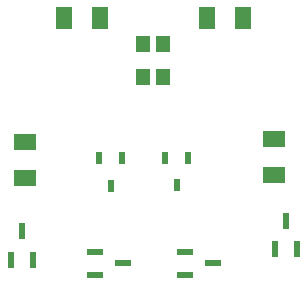
<source format=gbr>
%TF.GenerationSoftware,Altium Limited,Altium Designer,23.6.0 (18)*%
G04 Layer_Color=8421504*
%FSLAX45Y45*%
%MOMM*%
%TF.SameCoordinates,E9F55D22-D83D-4709-9336-3143B1C0F483*%
%TF.FilePolarity,Positive*%
%TF.FileFunction,Paste,Top*%
%TF.Part,Single*%
G01*
G75*
%TA.AperFunction,SMDPad,CuDef*%
%ADD10R,1.20000X1.40000*%
%ADD11R,1.35000X1.85000*%
%ADD12R,1.85000X1.35000*%
%ADD13R,0.60000X1.05000*%
%ADD14R,1.35000X0.60000*%
%ADD15R,0.60000X1.35000*%
D10*
X5596800Y11303000D02*
D03*
X5426800D02*
D03*
X5596800Y11023601D02*
D03*
X5426800D02*
D03*
D11*
X6273900Y11528083D02*
D03*
X5968900D02*
D03*
X5067400D02*
D03*
X4762400D02*
D03*
D12*
X6540500Y10198000D02*
D03*
Y10503000D02*
D03*
X4432300Y10172600D02*
D03*
Y10477600D02*
D03*
D13*
X5156200Y10108500D02*
D03*
X5061200Y10338500D02*
D03*
X5251200D02*
D03*
X5715000Y10109200D02*
D03*
X5620000Y10339200D02*
D03*
X5810000D02*
D03*
D14*
X5263500Y9448800D02*
D03*
X5023500Y9353800D02*
D03*
Y9543800D02*
D03*
X6025500Y9448800D02*
D03*
X5785500Y9353800D02*
D03*
Y9543800D02*
D03*
D15*
X4406900Y9721200D02*
D03*
X4501900Y9481200D02*
D03*
X4311900D02*
D03*
X6642100Y9810100D02*
D03*
X6737100Y9570100D02*
D03*
X6547100D02*
D03*
%TF.MD5,2c4964216f8958856ec0f3b3ecba49e2*%
M02*

</source>
